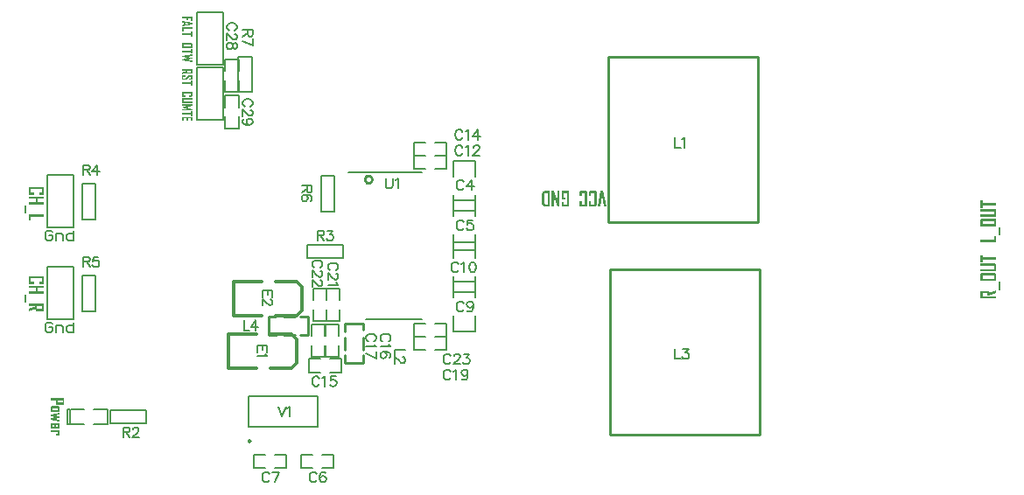
<source format=gto>
G04*
G04 #@! TF.GenerationSoftware,Altium Limited,Altium Designer,19.1.8 (144)*
G04*
G04 Layer_Color=65535*
%FSLAX25Y25*%
%MOIN*%
G70*
G01*
G75*
%ADD10C,0.01000*%
%ADD11C,0.00984*%
%ADD12C,0.00800*%
%ADD13C,0.00787*%
%ADD14C,0.01200*%
G36*
X206297Y15072D02*
X205524D01*
X204105Y18733D01*
Y18727D01*
Y18720D01*
X204111Y18689D01*
X204124Y18639D01*
X204130Y18576D01*
X204143Y18507D01*
X204155Y18431D01*
X204162Y18362D01*
Y18300D01*
Y15072D01*
X203295D01*
Y21000D01*
X204080D01*
X205499Y17270D01*
Y17282D01*
X205487Y17314D01*
X205480Y17364D01*
X205468Y17427D01*
X205455Y17496D01*
X205449Y17571D01*
X205436Y17640D01*
Y17703D01*
Y21000D01*
X206297D01*
Y15072D01*
D02*
G37*
G36*
X219931Y20994D02*
X219962D01*
X220031Y20975D01*
X220119Y20944D01*
X220163Y20918D01*
X220207Y20887D01*
X220245Y20849D01*
X220276Y20805D01*
X220307Y20749D01*
X220333Y20686D01*
X220345Y20617D01*
X220351Y20535D01*
Y15543D01*
Y15536D01*
Y15524D01*
X220345Y15499D01*
Y15467D01*
X220326Y15398D01*
X220295Y15310D01*
X220270Y15266D01*
X220238Y15222D01*
X220201Y15185D01*
X220157Y15147D01*
X220100Y15116D01*
X220037Y15090D01*
X219968Y15078D01*
X219887Y15072D01*
X217883D01*
X217858Y15078D01*
X217827D01*
X217758Y15097D01*
X217670Y15134D01*
X217626Y15160D01*
X217582Y15191D01*
X217544Y15229D01*
X217507Y15273D01*
X217475Y15329D01*
X217450Y15386D01*
X217437Y15461D01*
X217431Y15543D01*
Y17006D01*
X218317D01*
Y15832D01*
X219466D01*
Y20240D01*
X218317D01*
Y18997D01*
X217431D01*
Y20535D01*
Y20542D01*
Y20554D01*
X217437Y20579D01*
Y20611D01*
X217456Y20680D01*
X217494Y20768D01*
X217519Y20812D01*
X217550Y20856D01*
X217588Y20893D01*
X217632Y20925D01*
X217689Y20956D01*
X217745Y20981D01*
X217821Y20994D01*
X217902Y21000D01*
X219905D01*
X219931Y20994D01*
D02*
G37*
G36*
X216320D02*
X216351D01*
X216420Y20975D01*
X216508Y20944D01*
X216552Y20918D01*
X216596Y20887D01*
X216634Y20849D01*
X216665Y20805D01*
X216696Y20749D01*
X216722Y20686D01*
X216734Y20617D01*
X216740Y20535D01*
Y15543D01*
Y15536D01*
Y15524D01*
X216734Y15499D01*
Y15467D01*
X216715Y15398D01*
X216684Y15310D01*
X216659Y15266D01*
X216627Y15222D01*
X216590Y15185D01*
X216546Y15147D01*
X216489Y15116D01*
X216426Y15090D01*
X216357Y15078D01*
X216276Y15072D01*
X214272D01*
X214247Y15078D01*
X214216D01*
X214147Y15097D01*
X214059Y15134D01*
X214015Y15160D01*
X213971Y15191D01*
X213933Y15229D01*
X213896Y15273D01*
X213864Y15329D01*
X213839Y15386D01*
X213826Y15461D01*
X213820Y15543D01*
Y17006D01*
X214706D01*
Y15832D01*
X215855D01*
Y20240D01*
X214706D01*
Y18997D01*
X213820D01*
Y20535D01*
Y20542D01*
Y20554D01*
X213826Y20579D01*
Y20611D01*
X213845Y20680D01*
X213883Y20768D01*
X213908Y20812D01*
X213939Y20856D01*
X213977Y20893D01*
X214021Y20925D01*
X214078Y20956D01*
X214134Y20981D01*
X214210Y20994D01*
X214291Y21000D01*
X216294D01*
X216320Y20994D01*
D02*
G37*
G36*
X209518D02*
X209550D01*
X209619Y20975D01*
X209707Y20944D01*
X209751Y20918D01*
X209795Y20887D01*
X209832Y20849D01*
X209864Y20805D01*
X209895Y20749D01*
X209920Y20686D01*
X209933Y20617D01*
X209939Y20535D01*
Y15543D01*
Y15536D01*
Y15524D01*
X209933Y15499D01*
Y15467D01*
X209914Y15398D01*
X209876Y15310D01*
X209851Y15266D01*
X209820Y15222D01*
X209782Y15185D01*
X209738Y15147D01*
X209682Y15116D01*
X209619Y15090D01*
X209543Y15078D01*
X209462Y15072D01*
X207458D01*
X207433Y15078D01*
X207402D01*
X207333Y15097D01*
X207245Y15134D01*
X207201Y15160D01*
X207157Y15191D01*
X207119Y15229D01*
X207082Y15273D01*
X207050Y15329D01*
X207025Y15386D01*
X207013Y15461D01*
X207006Y15543D01*
Y16880D01*
X207898D01*
Y15832D01*
X209054D01*
Y20240D01*
X207898D01*
Y18576D01*
X208551D01*
Y17822D01*
X207006D01*
Y20535D01*
Y20542D01*
Y20554D01*
X207013Y20579D01*
Y20611D01*
X207031Y20680D01*
X207069Y20768D01*
X207094Y20812D01*
X207126Y20856D01*
X207163Y20893D01*
X207207Y20925D01*
X207264Y20956D01*
X207320Y20981D01*
X207396Y20994D01*
X207477Y21000D01*
X209493D01*
X209518Y20994D01*
D02*
G37*
G36*
X224000Y15072D02*
X223108D01*
X222449Y19141D01*
Y19147D01*
Y19173D01*
Y19210D01*
X222443Y19267D01*
Y19336D01*
X222436Y19424D01*
Y19524D01*
X222430Y19644D01*
Y19637D01*
Y19612D01*
Y19574D01*
X222424Y19518D01*
Y19449D01*
X222417Y19361D01*
X222411Y19260D01*
X222405Y19141D01*
X221733Y15072D01*
X220847D01*
X221984Y21006D01*
X222870D01*
X224000Y15072D01*
D02*
G37*
G36*
X202579D02*
X200720D01*
X200682Y15078D01*
X200638D01*
X200588Y15090D01*
X200469Y15109D01*
X200337Y15147D01*
X200199Y15204D01*
X200130Y15235D01*
X200061Y15279D01*
X199998Y15323D01*
X199935Y15379D01*
X199929Y15386D01*
X199923Y15392D01*
X199904Y15411D01*
X199885Y15436D01*
X199860Y15467D01*
X199835Y15499D01*
X199809Y15543D01*
X199778Y15593D01*
X199722Y15712D01*
X199671Y15850D01*
X199634Y16014D01*
X199627Y16102D01*
X199621Y16196D01*
Y19882D01*
Y19888D01*
Y19907D01*
Y19932D01*
X199627Y19970D01*
Y20014D01*
X199640Y20064D01*
X199659Y20184D01*
X199696Y20315D01*
X199753Y20454D01*
X199791Y20516D01*
X199828Y20585D01*
X199879Y20648D01*
X199935Y20705D01*
X199941D01*
X199948Y20717D01*
X199966Y20730D01*
X199992Y20749D01*
X200023Y20774D01*
X200061Y20799D01*
X200105Y20824D01*
X200155Y20849D01*
X200274Y20906D01*
X200419Y20956D01*
X200582Y20987D01*
X200676Y20994D01*
X200770Y21000D01*
X202579D01*
Y15072D01*
D02*
G37*
G36*
X367357Y16402D02*
X372500D01*
Y15517D01*
X367357D01*
Y14537D01*
X366572D01*
Y17382D01*
X367357D01*
Y16402D01*
D02*
G37*
G36*
X372079Y14079D02*
X372111D01*
X372180Y14060D01*
X372268Y14022D01*
X372312Y13997D01*
X372356Y13966D01*
X372393Y13928D01*
X372425Y13884D01*
X372456Y13828D01*
X372481Y13771D01*
X372494Y13696D01*
X372500Y13614D01*
Y11567D01*
X372494Y11542D01*
Y11510D01*
X372475Y11441D01*
X372444Y11353D01*
X372418Y11309D01*
X372387Y11265D01*
X372349Y11228D01*
X372305Y11196D01*
X372249Y11165D01*
X372186Y11140D01*
X372117Y11127D01*
X372035Y11121D01*
X366572D01*
Y12006D01*
X371740D01*
Y13200D01*
X366572D01*
Y14085D01*
X372035D01*
X372042D01*
X372054D01*
X372079Y14079D01*
D02*
G37*
G36*
Y10405D02*
X372111D01*
X372180Y10386D01*
X372268Y10349D01*
X372312Y10323D01*
X372356Y10292D01*
X372393Y10254D01*
X372425Y10210D01*
X372456Y10154D01*
X372481Y10097D01*
X372494Y10022D01*
X372500Y9940D01*
Y7868D01*
X372494Y7843D01*
Y7811D01*
X372475Y7742D01*
X372444Y7654D01*
X372418Y7610D01*
X372387Y7566D01*
X372349Y7529D01*
X372305Y7497D01*
X372249Y7466D01*
X372186Y7441D01*
X372117Y7428D01*
X372035Y7422D01*
X367043D01*
X367036D01*
X367024D01*
X366999Y7428D01*
X366967D01*
X366898Y7447D01*
X366810Y7479D01*
X366766Y7504D01*
X366722Y7535D01*
X366685Y7573D01*
X366647Y7617D01*
X366616Y7673D01*
X366590Y7736D01*
X366578Y7805D01*
X366572Y7887D01*
Y9959D01*
X366578Y9984D01*
Y10016D01*
X366597Y10085D01*
X366634Y10173D01*
X366660Y10217D01*
X366691Y10261D01*
X366729Y10298D01*
X366773Y10336D01*
X366829Y10367D01*
X366886Y10392D01*
X366961Y10405D01*
X367043Y10411D01*
X372035D01*
X372042D01*
X372054D01*
X372079Y10405D01*
D02*
G37*
G36*
X374051Y3999D02*
X373392D01*
Y7070D01*
X374051D01*
Y3999D01*
D02*
G37*
G36*
X372500Y1500D02*
X366572D01*
Y2386D01*
X371709D01*
Y3830D01*
X372500D01*
Y1500D01*
D02*
G37*
G36*
X367357Y-4382D02*
X372500D01*
Y-5267D01*
X367357D01*
Y-6247D01*
X366572D01*
Y-3402D01*
X367357D01*
Y-4382D01*
D02*
G37*
G36*
X372079Y-6705D02*
X372111D01*
X372180Y-6724D01*
X372268Y-6762D01*
X372312Y-6787D01*
X372356Y-6818D01*
X372393Y-6856D01*
X372425Y-6900D01*
X372456Y-6956D01*
X372481Y-7013D01*
X372494Y-7088D01*
X372500Y-7170D01*
Y-9217D01*
X372494Y-9242D01*
Y-9274D01*
X372475Y-9343D01*
X372444Y-9431D01*
X372418Y-9475D01*
X372387Y-9519D01*
X372349Y-9556D01*
X372305Y-9588D01*
X372249Y-9619D01*
X372186Y-9644D01*
X372117Y-9657D01*
X372035Y-9663D01*
X366572D01*
Y-8778D01*
X371740D01*
Y-7584D01*
X366572D01*
Y-6699D01*
X372035D01*
X372042D01*
X372054D01*
X372079Y-6705D01*
D02*
G37*
G36*
Y-10379D02*
X372111D01*
X372180Y-10398D01*
X372268Y-10436D01*
X372312Y-10461D01*
X372356Y-10492D01*
X372393Y-10530D01*
X372425Y-10574D01*
X372456Y-10630D01*
X372481Y-10687D01*
X372494Y-10762D01*
X372500Y-10844D01*
Y-12916D01*
X372494Y-12941D01*
Y-12973D01*
X372475Y-13042D01*
X372444Y-13130D01*
X372418Y-13174D01*
X372387Y-13218D01*
X372349Y-13255D01*
X372305Y-13287D01*
X372249Y-13318D01*
X372186Y-13343D01*
X372117Y-13356D01*
X372035Y-13362D01*
X367043D01*
X367036D01*
X367024D01*
X366999Y-13356D01*
X366967D01*
X366898Y-13337D01*
X366810Y-13306D01*
X366766Y-13280D01*
X366722Y-13249D01*
X366685Y-13211D01*
X366647Y-13167D01*
X366616Y-13111D01*
X366590Y-13048D01*
X366578Y-12979D01*
X366572Y-12897D01*
Y-10825D01*
X366578Y-10800D01*
Y-10768D01*
X366597Y-10699D01*
X366634Y-10611D01*
X366660Y-10567D01*
X366691Y-10524D01*
X366729Y-10486D01*
X366773Y-10448D01*
X366829Y-10417D01*
X366886Y-10392D01*
X366961Y-10379D01*
X367043Y-10373D01*
X372035D01*
X372042D01*
X372054D01*
X372079Y-10379D01*
D02*
G37*
G36*
X374051Y-16785D02*
X373392D01*
Y-13714D01*
X374051D01*
Y-16785D01*
D02*
G37*
G36*
X372500Y-17884D02*
X369749Y-18870D01*
X369743D01*
X369718D01*
X369705D01*
X369680D01*
X369655D01*
X369618D01*
X369573D01*
X369523D01*
X369461D01*
X369385D01*
X369303D01*
X369209D01*
Y-17997D01*
X367332D01*
Y-19115D01*
X372500D01*
Y-20000D01*
X366572D01*
Y-17563D01*
X366578Y-17538D01*
Y-17507D01*
X366597Y-17432D01*
X366634Y-17344D01*
X366660Y-17300D01*
X366691Y-17262D01*
X366729Y-17218D01*
X366773Y-17187D01*
X366829Y-17155D01*
X366886Y-17130D01*
X366961Y-17118D01*
X367043Y-17111D01*
X369341D01*
X369347D01*
X369354D01*
X369391Y-17118D01*
X369448Y-17124D01*
X369511Y-17143D01*
X369586Y-17174D01*
X369655Y-17218D01*
X369712Y-17281D01*
X369762Y-17369D01*
Y-17375D01*
X369768Y-17394D01*
X369775Y-17438D01*
X369781Y-17494D01*
X369793Y-17570D01*
X369800Y-17670D01*
Y-17727D01*
X369806Y-17796D01*
Y-17946D01*
X372500Y-16961D01*
Y-17884D01*
D02*
G37*
G36*
X17654Y-60091D02*
X17649Y-60113D01*
Y-60140D01*
X17632Y-60200D01*
X17600Y-60277D01*
X17578Y-60315D01*
X17550Y-60353D01*
X17518Y-60386D01*
X17480Y-60419D01*
X17430Y-60446D01*
X17381Y-60468D01*
X17316Y-60479D01*
X17245Y-60484D01*
X14771D01*
X14766D01*
X14755D01*
X14733Y-60479D01*
X14706D01*
X14646Y-60462D01*
X14569Y-60430D01*
X14531Y-60408D01*
X14493Y-60381D01*
X14460Y-60348D01*
X14433Y-60310D01*
X14405Y-60260D01*
X14384Y-60211D01*
X14373Y-60146D01*
X14367Y-60075D01*
Y-58770D01*
X12500D01*
Y-58000D01*
X17654D01*
Y-60091D01*
D02*
G37*
G36*
X15454Y-60997D02*
X15481D01*
X15541Y-61014D01*
X15618Y-61041D01*
X15656Y-61063D01*
X15694Y-61090D01*
X15727Y-61123D01*
X15754Y-61161D01*
X15781Y-61211D01*
X15803Y-61265D01*
X15814Y-61325D01*
X15820Y-61396D01*
Y-62816D01*
X15814Y-62843D01*
X15798Y-62903D01*
X15770Y-62980D01*
X15749Y-63018D01*
X15721Y-63056D01*
X15689Y-63089D01*
X15650Y-63121D01*
X15601Y-63149D01*
X15547Y-63171D01*
X15487Y-63182D01*
X15416Y-63187D01*
X12904D01*
X12899D01*
X12888D01*
X12866Y-63182D01*
X12839D01*
X12778Y-63165D01*
X12702Y-63132D01*
X12664Y-63111D01*
X12626Y-63083D01*
X12593Y-63051D01*
X12565Y-63012D01*
X12538Y-62963D01*
X12516Y-62914D01*
X12506Y-62849D01*
X12500Y-62778D01*
Y-61380D01*
X12506Y-61358D01*
Y-61331D01*
X12522Y-61270D01*
X12549Y-61194D01*
X12571Y-61156D01*
X12598Y-61118D01*
X12631Y-61085D01*
X12669Y-61058D01*
X12718Y-61030D01*
X12773Y-61009D01*
X12833Y-60997D01*
X12904Y-60992D01*
X15416D01*
X15421D01*
X15432D01*
X15454Y-60997D01*
D02*
G37*
G36*
X15825Y-64284D02*
X13696Y-64645D01*
X15825Y-65005D01*
Y-65579D01*
X13696Y-65939D01*
X15825Y-66305D01*
Y-67025D01*
X12494Y-66310D01*
Y-65649D01*
X14335Y-65284D01*
X12494Y-64929D01*
Y-64279D01*
X15825Y-63564D01*
Y-64284D01*
D02*
G37*
G36*
X15454Y-67397D02*
X15481D01*
X15541Y-67413D01*
X15618Y-67440D01*
X15656Y-67462D01*
X15694Y-67489D01*
X15727Y-67522D01*
X15760Y-67560D01*
X15787Y-67610D01*
X15809Y-67664D01*
X15820Y-67724D01*
X15825Y-67795D01*
Y-69149D01*
X15820Y-69171D01*
Y-69199D01*
X15803Y-69258D01*
X15770Y-69335D01*
X15749Y-69373D01*
X15721Y-69411D01*
X15689Y-69444D01*
X15650Y-69477D01*
X15601Y-69504D01*
X15552Y-69526D01*
X15487Y-69537D01*
X15416Y-69542D01*
X14187D01*
X13985Y-69330D01*
Y-68112D01*
X13051D01*
Y-68822D01*
X13608D01*
Y-69542D01*
X12904D01*
X12899D01*
X12888D01*
X12866Y-69537D01*
X12839D01*
X12778Y-69521D01*
X12702Y-69488D01*
X12664Y-69466D01*
X12626Y-69439D01*
X12593Y-69406D01*
X12565Y-69368D01*
X12538Y-69319D01*
X12516Y-69269D01*
X12506Y-69204D01*
X12500Y-69133D01*
Y-67779D01*
X12506Y-67757D01*
Y-67730D01*
X12522Y-67670D01*
X12549Y-67593D01*
X12571Y-67555D01*
X12598Y-67517D01*
X12631Y-67484D01*
X12669Y-67457D01*
X12718Y-67429D01*
X12773Y-67408D01*
X12833Y-67397D01*
X12904Y-67391D01*
X15416D01*
X15421D01*
X15432D01*
X15454Y-67397D01*
D02*
G37*
G36*
X15825Y-70842D02*
X15694D01*
Y-70853D01*
X15700Y-70880D01*
X15710Y-70929D01*
X15721Y-70984D01*
X15732Y-71055D01*
X15749Y-71137D01*
X15765Y-71219D01*
X15781Y-71306D01*
Y-71317D01*
X15792Y-71355D01*
X15798Y-71404D01*
X15809Y-71470D01*
X15820Y-71541D01*
X15825Y-71623D01*
X15836Y-71699D01*
Y-71792D01*
X15831Y-71814D01*
Y-71841D01*
X15814Y-71901D01*
X15781Y-71978D01*
X15760Y-72016D01*
X15732Y-72054D01*
X15700Y-72087D01*
X15661Y-72120D01*
X15612Y-72147D01*
X15563Y-72169D01*
X15497Y-72180D01*
X15427Y-72185D01*
X14438D01*
Y-71437D01*
X15192D01*
X15175Y-70842D01*
X12500D01*
Y-70088D01*
X15825D01*
Y-70842D01*
D02*
G37*
G36*
X66370Y85922D02*
X65858D01*
Y86922D01*
X64714D01*
Y86069D01*
X64214D01*
Y86922D01*
X62500D01*
Y87500D01*
X66370D01*
Y85922D01*
D02*
G37*
G36*
X66374Y84983D02*
Y84376D01*
X62500Y83630D01*
Y84204D01*
X63234Y84323D01*
Y85048D01*
X62500Y85163D01*
Y85733D01*
X62508D01*
X66374Y84983D01*
D02*
G37*
G36*
X66370Y82728D02*
X63017D01*
Y81785D01*
X62500D01*
Y83306D01*
X66370D01*
Y82728D01*
D02*
G37*
G36*
Y79755D02*
X65858D01*
Y80395D01*
X62500D01*
Y80973D01*
X65858D01*
Y81612D01*
X66370D01*
Y79755D01*
D02*
G37*
G36*
X66092Y77377D02*
X66112D01*
X66157Y77365D01*
X66215Y77344D01*
X66243Y77328D01*
X66272Y77307D01*
X66297Y77283D01*
X66321Y77254D01*
X66342Y77217D01*
X66358Y77176D01*
X66366Y77131D01*
X66370Y77078D01*
Y75725D01*
X66366Y75708D01*
Y75688D01*
X66354Y75643D01*
X66329Y75585D01*
X66313Y75557D01*
X66293Y75528D01*
X66268Y75503D01*
X66239Y75479D01*
X66202Y75458D01*
X66165Y75442D01*
X66116Y75434D01*
X66063Y75430D01*
X62803D01*
X62799D01*
X62791D01*
X62775Y75434D01*
X62754D01*
X62709Y75446D01*
X62652Y75471D01*
X62623Y75487D01*
X62594Y75507D01*
X62570Y75532D01*
X62549Y75561D01*
X62529Y75598D01*
X62512Y75635D01*
X62504Y75684D01*
X62500Y75737D01*
Y77090D01*
X62504Y77106D01*
Y77127D01*
X62516Y77172D01*
X62537Y77229D01*
X62553Y77258D01*
X62574Y77287D01*
X62598Y77311D01*
X62627Y77332D01*
X62664Y77352D01*
X62705Y77369D01*
X62750Y77377D01*
X62803Y77381D01*
X66063D01*
X66067D01*
X66075D01*
X66092Y77377D01*
D02*
G37*
G36*
X66370Y73281D02*
X65858D01*
Y73921D01*
X62500D01*
Y74499D01*
X65858D01*
Y75138D01*
X66370D01*
Y73281D01*
D02*
G37*
G36*
Y72547D02*
X64074Y72248D01*
X64070D01*
X64054D01*
X64025Y72244D01*
X63984D01*
X63935Y72240D01*
X63878Y72236D01*
X63804Y72232D01*
X63722Y72228D01*
X63726D01*
X63742D01*
X63771D01*
X63808Y72223D01*
X63857D01*
X63919Y72219D01*
X63992Y72215D01*
X64074Y72207D01*
X66370Y71871D01*
Y71395D01*
X64074Y71067D01*
X64070D01*
X64054D01*
X64025Y71063D01*
X63984Y71059D01*
X63935D01*
X63878Y71055D01*
X63804Y71047D01*
X63722Y71043D01*
X63726D01*
X63742D01*
X63771Y71039D01*
X63808D01*
X63857Y71034D01*
X63919Y71030D01*
X63992Y71026D01*
X64074Y71022D01*
X66370Y70723D01*
Y70136D01*
X62496Y70702D01*
Y71268D01*
X64689Y71617D01*
X64693D01*
X64710D01*
X64739D01*
X64780Y71621D01*
X64829D01*
X64890Y71625D01*
X64964Y71629D01*
X65046Y71633D01*
X65042D01*
X65026D01*
X64997D01*
X64956Y71637D01*
X64907D01*
X64845Y71641D01*
X64771Y71645D01*
X64689Y71653D01*
X62496Y71998D01*
Y72568D01*
X66370Y73134D01*
Y72547D01*
D02*
G37*
G36*
X9501Y-11506D02*
X9533D01*
X9602Y-11525D01*
X9690Y-11557D01*
X9734Y-11582D01*
X9778Y-11613D01*
X9815Y-11651D01*
X9853Y-11695D01*
X9884Y-11751D01*
X9910Y-11814D01*
X9922Y-11883D01*
X9928Y-11965D01*
Y-13968D01*
X9922Y-13993D01*
Y-14025D01*
X9903Y-14094D01*
X9866Y-14182D01*
X9840Y-14225D01*
X9809Y-14269D01*
X9771Y-14307D01*
X9727Y-14345D01*
X9671Y-14376D01*
X9614Y-14401D01*
X9539Y-14414D01*
X9457Y-14420D01*
X7994D01*
Y-13535D01*
X9168D01*
Y-12386D01*
X4760D01*
Y-13535D01*
X6003D01*
Y-14420D01*
X4465D01*
X4458D01*
X4446D01*
X4421Y-14414D01*
X4389D01*
X4320Y-14395D01*
X4232Y-14357D01*
X4188Y-14332D01*
X4144Y-14301D01*
X4107Y-14263D01*
X4075Y-14219D01*
X4044Y-14163D01*
X4019Y-14106D01*
X4006Y-14031D01*
X4000Y-13949D01*
Y-11946D01*
X4006Y-11921D01*
Y-11889D01*
X4025Y-11820D01*
X4056Y-11732D01*
X4082Y-11688D01*
X4113Y-11644D01*
X4151Y-11607D01*
X4195Y-11575D01*
X4251Y-11544D01*
X4314Y-11519D01*
X4383Y-11506D01*
X4465Y-11500D01*
X9457D01*
X9464D01*
X9476D01*
X9501Y-11506D01*
D02*
G37*
G36*
X9928Y-15996D02*
X7485D01*
Y-17196D01*
X9928D01*
Y-18088D01*
X4000D01*
Y-17196D01*
X6663D01*
Y-15996D01*
X4000D01*
Y-15111D01*
X9928D01*
Y-15996D01*
D02*
G37*
G36*
X3108Y-21510D02*
X2449D01*
Y-18439D01*
X3108D01*
Y-21510D01*
D02*
G37*
G36*
X9928Y-24299D02*
X9922Y-24324D01*
Y-24355D01*
X9903Y-24430D01*
X9866Y-24518D01*
X9840Y-24562D01*
X9809Y-24600D01*
X9771Y-24644D01*
X9727Y-24675D01*
X9671Y-24707D01*
X9614Y-24732D01*
X9539Y-24745D01*
X9457Y-24751D01*
X7159D01*
X7153D01*
X7146D01*
X7109Y-24745D01*
X7052Y-24738D01*
X6989Y-24719D01*
X6914Y-24688D01*
X6845Y-24644D01*
X6788Y-24581D01*
X6738Y-24493D01*
Y-24487D01*
X6732Y-24468D01*
X6725Y-24424D01*
X6719Y-24368D01*
X6707Y-24292D01*
X6700Y-24192D01*
Y-24135D01*
X6694Y-24066D01*
Y-23916D01*
X4000Y-24902D01*
Y-23978D01*
X6751Y-22992D01*
X6757D01*
X6782D01*
X6795D01*
X6820D01*
X6845D01*
X6882D01*
X6927D01*
X6977D01*
X7040D01*
X7115D01*
X7197D01*
X7291D01*
Y-23865D01*
X9168D01*
Y-22748D01*
X4000D01*
Y-21862D01*
X9928D01*
Y-24299D01*
D02*
G37*
G36*
X9501Y22494D02*
X9533D01*
X9602Y22475D01*
X9690Y22444D01*
X9734Y22418D01*
X9778Y22387D01*
X9815Y22349D01*
X9853Y22305D01*
X9884Y22249D01*
X9910Y22186D01*
X9922Y22117D01*
X9928Y22035D01*
Y20032D01*
X9922Y20007D01*
Y19975D01*
X9903Y19906D01*
X9866Y19818D01*
X9840Y19774D01*
X9809Y19730D01*
X9771Y19693D01*
X9727Y19655D01*
X9671Y19624D01*
X9614Y19599D01*
X9539Y19586D01*
X9457Y19580D01*
X7994D01*
Y20465D01*
X9168D01*
Y21614D01*
X4760D01*
Y20465D01*
X6003D01*
Y19580D01*
X4465D01*
X4458D01*
X4446D01*
X4421Y19586D01*
X4389D01*
X4320Y19605D01*
X4232Y19643D01*
X4188Y19668D01*
X4144Y19699D01*
X4107Y19737D01*
X4075Y19781D01*
X4044Y19837D01*
X4019Y19894D01*
X4006Y19969D01*
X4000Y20051D01*
Y22054D01*
X4006Y22079D01*
Y22111D01*
X4025Y22180D01*
X4056Y22268D01*
X4082Y22312D01*
X4113Y22356D01*
X4151Y22393D01*
X4195Y22425D01*
X4251Y22456D01*
X4314Y22481D01*
X4383Y22494D01*
X4465Y22500D01*
X9457D01*
X9464D01*
X9476D01*
X9501Y22494D01*
D02*
G37*
G36*
X9928Y18003D02*
X7485D01*
Y16804D01*
X9928D01*
Y15912D01*
X4000D01*
Y16804D01*
X6663D01*
Y18003D01*
X4000D01*
Y18889D01*
X9928D01*
Y18003D01*
D02*
G37*
G36*
X3108Y12490D02*
X2449D01*
Y15561D01*
X3108D01*
Y12490D01*
D02*
G37*
G36*
X9928Y11253D02*
X4791D01*
Y9808D01*
X4000D01*
Y12138D01*
X9928D01*
Y11253D01*
D02*
G37*
G36*
X66370Y65909D02*
X66366Y65893D01*
Y65872D01*
X66354Y65823D01*
X66329Y65766D01*
X66313Y65737D01*
X66293Y65712D01*
X66268Y65684D01*
X66239Y65663D01*
X66202Y65643D01*
X66165Y65626D01*
X66116Y65618D01*
X66063Y65614D01*
X64562D01*
X64558D01*
X64554D01*
X64530Y65618D01*
X64493Y65622D01*
X64452Y65635D01*
X64402Y65655D01*
X64357Y65684D01*
X64320Y65725D01*
X64288Y65782D01*
Y65786D01*
X64284Y65798D01*
X64279Y65827D01*
X64275Y65864D01*
X64267Y65913D01*
X64263Y65979D01*
Y66016D01*
X64259Y66061D01*
Y66159D01*
X62500Y65516D01*
Y66118D01*
X64296Y66762D01*
X64300D01*
X64316D01*
X64324D01*
X64341D01*
X64357D01*
X64382D01*
X64411D01*
X64443D01*
X64484D01*
X64534D01*
X64587D01*
X64648D01*
Y66192D01*
X65874D01*
Y66922D01*
X62500D01*
Y67500D01*
X66370D01*
Y65909D01*
D02*
G37*
G36*
X66092Y65175D02*
X66112D01*
X66157Y65163D01*
X66215Y65143D01*
X66243Y65126D01*
X66272Y65106D01*
X66297Y65081D01*
X66321Y65052D01*
X66342Y65015D01*
X66358Y64974D01*
X66366Y64929D01*
X66370Y64876D01*
Y63613D01*
X66366Y63597D01*
Y63576D01*
X66354Y63527D01*
X66329Y63470D01*
X66313Y63441D01*
X66297Y63416D01*
X66272Y63388D01*
X66239Y63367D01*
X66206Y63347D01*
X66165Y63330D01*
X66120Y63322D01*
X66067Y63318D01*
X65153D01*
Y63896D01*
X65882D01*
Y64601D01*
X65181D01*
X64087Y63445D01*
X64083Y63441D01*
X64066Y63425D01*
X64038Y63404D01*
X64005Y63380D01*
X63955Y63359D01*
X63902Y63339D01*
X63841Y63322D01*
X63771Y63318D01*
X62803D01*
X62799D01*
X62791D01*
X62775D01*
X62754Y63322D01*
X62709Y63334D01*
X62652Y63355D01*
X62623Y63371D01*
X62594Y63392D01*
X62570Y63416D01*
X62549Y63449D01*
X62529Y63482D01*
X62512Y63523D01*
X62504Y63572D01*
X62500Y63626D01*
Y64888D01*
X62504Y64905D01*
Y64925D01*
X62516Y64970D01*
X62537Y65028D01*
X62553Y65056D01*
X62574Y65085D01*
X62598Y65110D01*
X62627Y65130D01*
X62664Y65151D01*
X62705Y65167D01*
X62750Y65175D01*
X62803Y65179D01*
X63775D01*
Y64601D01*
X62988D01*
Y63896D01*
X63746D01*
X64845Y65056D01*
X64849Y65061D01*
X64866Y65077D01*
X64894Y65093D01*
X64927Y65118D01*
X64972Y65138D01*
X65026Y65159D01*
X65087Y65175D01*
X65153Y65179D01*
X66063D01*
X66067D01*
X66075D01*
X66092Y65175D01*
D02*
G37*
G36*
X66370Y61170D02*
X65858D01*
Y61809D01*
X62500D01*
Y62387D01*
X65858D01*
Y63027D01*
X66370D01*
Y61170D01*
D02*
G37*
G36*
X66092Y58792D02*
X66112D01*
X66157Y58779D01*
X66215Y58759D01*
X66243Y58742D01*
X66272Y58722D01*
X66297Y58697D01*
X66321Y58669D01*
X66342Y58632D01*
X66358Y58591D01*
X66366Y58546D01*
X66370Y58492D01*
Y57184D01*
X66366Y57168D01*
Y57148D01*
X66354Y57102D01*
X66329Y57045D01*
X66313Y57016D01*
X66293Y56988D01*
X66268Y56963D01*
X66239Y56938D01*
X66202Y56918D01*
X66165Y56902D01*
X66116Y56893D01*
X66063Y56889D01*
X65108D01*
Y57467D01*
X65874D01*
Y58218D01*
X62996D01*
Y57467D01*
X63808D01*
Y56889D01*
X62803D01*
X62799D01*
X62791D01*
X62775Y56893D01*
X62754D01*
X62709Y56906D01*
X62652Y56930D01*
X62623Y56947D01*
X62594Y56967D01*
X62570Y56992D01*
X62549Y57020D01*
X62529Y57057D01*
X62512Y57094D01*
X62504Y57143D01*
X62500Y57197D01*
Y58505D01*
X62504Y58521D01*
Y58542D01*
X62516Y58587D01*
X62537Y58644D01*
X62553Y58673D01*
X62574Y58701D01*
X62598Y58726D01*
X62627Y58746D01*
X62664Y58767D01*
X62705Y58783D01*
X62750Y58792D01*
X62803Y58796D01*
X66063D01*
X66067D01*
X66075D01*
X66092Y58792D01*
D02*
G37*
G36*
X66370Y55860D02*
X62996D01*
Y55081D01*
X66370D01*
Y54503D01*
X62803D01*
X62799D01*
X62791D01*
X62775Y54507D01*
X62754D01*
X62709Y54519D01*
X62652Y54544D01*
X62623Y54560D01*
X62594Y54581D01*
X62570Y54606D01*
X62549Y54634D01*
X62529Y54671D01*
X62512Y54708D01*
X62504Y54757D01*
X62500Y54811D01*
Y56147D01*
X62504Y56164D01*
Y56184D01*
X62516Y56229D01*
X62537Y56287D01*
X62553Y56315D01*
X62574Y56344D01*
X62598Y56368D01*
X62627Y56389D01*
X62664Y56410D01*
X62705Y56426D01*
X62750Y56434D01*
X62803Y56438D01*
X66370D01*
Y55860D01*
D02*
G37*
G36*
Y53494D02*
X64230Y52883D01*
X64222Y52879D01*
X64214D01*
X64197Y52875D01*
X64173D01*
X64144Y52871D01*
X64103Y52867D01*
X64078D01*
X64099Y52863D01*
X64124D01*
X64156Y52859D01*
X64189Y52855D01*
X64230Y52851D01*
X66370Y52240D01*
Y51695D01*
X62500D01*
Y52252D01*
X64407D01*
X64415D01*
X64435D01*
X64468D01*
X64517Y52248D01*
X64575Y52244D01*
X64648Y52240D01*
X64735Y52232D01*
X64829Y52219D01*
X62857Y52719D01*
Y53015D01*
X64829Y53515D01*
X64825D01*
X64816D01*
X64804Y53511D01*
X64784D01*
X64735Y53503D01*
X64673Y53494D01*
X64603Y53490D01*
X64534Y53482D01*
X64468Y53478D01*
X64407D01*
X62500D01*
Y54036D01*
X66370D01*
Y53494D01*
D02*
G37*
G36*
Y49550D02*
X65858D01*
Y50190D01*
X62500D01*
Y50768D01*
X65858D01*
Y51407D01*
X66370D01*
Y49550D01*
D02*
G37*
G36*
Y47672D02*
X65858D01*
Y48681D01*
X64730D01*
Y47808D01*
X64230D01*
Y48681D01*
X63012D01*
Y47656D01*
X62500D01*
Y49259D01*
X66370D01*
Y47672D01*
D02*
G37*
%LPC*%
G36*
X201693Y20240D02*
X201034D01*
X201009Y20234D01*
X200971D01*
X200934Y20228D01*
X200883Y20215D01*
X200783Y20177D01*
X200733Y20152D01*
X200682Y20114D01*
X200638Y20077D01*
X200601Y20027D01*
X200563Y19970D01*
X200538Y19901D01*
X200519Y19826D01*
X200513Y19738D01*
Y16334D01*
Y16328D01*
Y16315D01*
X200519Y16290D01*
Y16252D01*
X200538Y16177D01*
X200576Y16083D01*
X200607Y16039D01*
X200638Y15989D01*
X200682Y15951D01*
X200733Y15907D01*
X200789Y15876D01*
X200865Y15850D01*
X200940Y15838D01*
X201034Y15832D01*
X201693D01*
Y20240D01*
D02*
G37*
G36*
X371740Y9526D02*
X367332D01*
Y8308D01*
X371740D01*
Y9526D01*
D02*
G37*
G36*
Y-11258D02*
X367332D01*
Y-12477D01*
X371740D01*
Y-11258D01*
D02*
G37*
G36*
X16994Y-58770D02*
X15028D01*
Y-59709D01*
X16994D01*
Y-58770D01*
D02*
G37*
G36*
X15192Y-61735D02*
X13122D01*
Y-62450D01*
X15192D01*
Y-61735D01*
D02*
G37*
G36*
X15274Y-68112D02*
X14471D01*
Y-68822D01*
X15274D01*
Y-68112D01*
D02*
G37*
G36*
X63730Y84970D02*
Y84404D01*
X65473Y84683D01*
X63730Y84970D01*
D02*
G37*
G36*
X65874Y76803D02*
X62996D01*
Y76008D01*
X65874D01*
Y76803D01*
D02*
G37*
%LPD*%
D10*
X134954Y25500D02*
X134623Y26409D01*
X133785Y26893D01*
X132832Y26725D01*
X132210Y25984D01*
Y25016D01*
X132832Y24275D01*
X133785Y24107D01*
X134623Y24591D01*
X134954Y25500D01*
X131500Y-32000D02*
Y-29500D01*
X124500D02*
X131500D01*
X124500Y-32500D02*
Y-29500D01*
Y-39500D02*
Y-35000D01*
X131500Y-39500D02*
Y-35000D01*
Y-44500D02*
Y-41500D01*
X124500Y-44500D02*
X131500D01*
X124500D02*
Y-41500D01*
X95500Y-26750D02*
X98000D01*
X95500Y-33750D02*
Y-26750D01*
Y-33750D02*
X98500D01*
X101000D02*
X105500D01*
X101000Y-26750D02*
X105500D01*
X107500D02*
X110500D01*
Y-33750D02*
Y-26750D01*
X107500Y-33750D02*
X110500D01*
X224724Y9004D02*
Y71996D01*
X281811D01*
Y9004D02*
Y71996D01*
X224724Y9004D02*
X281811D01*
X225457Y-71996D02*
Y-9004D01*
X282543D01*
Y-71996D02*
Y-9004D01*
X225457Y-71996D02*
X282543D01*
D11*
X88500Y-74221D02*
X87762Y-73794D01*
Y-74647D01*
X88500Y-74221D01*
D12*
X18900Y-62226D02*
X19899D01*
X18900Y-67826D02*
Y-62226D01*
Y-67826D02*
X19899D01*
X19999Y-62226D02*
X25300D01*
X19899Y-67626D02*
Y-62226D01*
Y-67826D02*
X25300D01*
X28699Y-62226D02*
X34100D01*
Y-62426D02*
Y-62226D01*
Y-67826D02*
Y-62426D01*
X33999Y-67826D02*
X34100D01*
X28699D02*
X33999D01*
X78900Y44800D02*
X84100D01*
X78900D02*
Y49300D01*
X84100Y44800D02*
Y49300D01*
Y52800D02*
Y57300D01*
X78900Y52800D02*
Y57300D01*
X84100D01*
X78900Y71200D02*
X84100D01*
Y66700D02*
Y71200D01*
X78900Y66700D02*
Y71200D01*
Y58700D02*
Y63200D01*
X84100Y58700D02*
Y63200D01*
X78900Y58700D02*
X84100D01*
X83900Y72250D02*
X89100D01*
Y58750D02*
Y72250D01*
X83900Y58750D02*
X89100D01*
X83900D02*
Y72250D01*
X107800Y-84600D02*
Y-79400D01*
X112300D01*
X107800Y-84600D02*
X112300D01*
X115800D02*
X120300D01*
X115800Y-79400D02*
X120300D01*
Y-84600D02*
Y-79400D01*
X111900Y-29800D02*
X117100D01*
Y-34300D02*
Y-29800D01*
X111900Y-34300D02*
Y-29800D01*
Y-42300D02*
Y-37800D01*
X117100Y-42300D02*
Y-37800D01*
X111900Y-42300D02*
X117100D01*
X116900Y-29800D02*
X122100D01*
Y-34300D02*
Y-29800D01*
X116900Y-34300D02*
Y-29800D01*
Y-42300D02*
Y-37800D01*
X122100Y-42300D02*
Y-37800D01*
X116900Y-42300D02*
X122100D01*
X117400Y-28600D02*
X122600D01*
X117400D02*
Y-24100D01*
X122600Y-28600D02*
Y-24100D01*
Y-20600D02*
Y-16100D01*
X117400Y-20600D02*
Y-16100D01*
X122600D01*
X112400Y-28600D02*
X117600D01*
X112400D02*
Y-24100D01*
X117600Y-28600D02*
Y-24100D01*
Y-20600D02*
Y-16100D01*
X112400Y-20600D02*
Y-16100D01*
X117600D01*
X110700Y-48100D02*
Y-42900D01*
Y-48100D02*
X115200D01*
X110700Y-42900D02*
X115200D01*
X118700D02*
X123200D01*
X118700Y-48100D02*
X123200D01*
Y-42900D01*
X35250Y-67600D02*
X48750D01*
Y-62400D01*
X35250D02*
X48750D01*
X35250Y-67600D02*
Y-62400D01*
X89700Y-84600D02*
Y-79400D01*
Y-84600D02*
X94200D01*
X89700Y-79400D02*
X94200D01*
X97700D02*
X102200D01*
X97700Y-84600D02*
X102200D01*
Y-79400D01*
X120600Y13250D02*
Y26750D01*
X115400D02*
X120600D01*
X115400Y13250D02*
Y26750D01*
Y13250D02*
X120600D01*
X163300Y-34600D02*
Y-29400D01*
X158800D02*
X163300D01*
X158800Y-34600D02*
X163300D01*
X150800D02*
X155300D01*
X150800Y-29400D02*
X155300D01*
X150800Y-34600D02*
Y-29400D01*
X163300Y-39600D02*
Y-34400D01*
X158800D02*
X163300D01*
X158800Y-39600D02*
X163300D01*
X150800D02*
X155300D01*
X150800Y-34400D02*
X155300D01*
X150800Y-39600D02*
Y-34400D01*
X163300Y34400D02*
Y39600D01*
X158800D02*
X163300D01*
X158800Y34400D02*
X163300D01*
X150800D02*
X155300D01*
X150800Y39600D02*
X155300D01*
X150800Y34400D02*
Y39600D01*
X163300Y29400D02*
Y34600D01*
X158800D02*
X163300D01*
X158800Y29400D02*
X163300D01*
X150800D02*
X155300D01*
X150800Y34600D02*
X155300D01*
X150800Y29400D02*
Y34600D01*
X110250Y600D02*
X123750D01*
X110250Y-4600D02*
Y600D01*
Y-4600D02*
X123750D01*
Y600D01*
X165800Y13500D02*
X174200D01*
X165800D02*
Y19500D01*
X174200Y13500D02*
Y19500D01*
Y26500D02*
Y32500D01*
X165800Y26500D02*
Y32500D01*
X174200D01*
X165800Y17500D02*
X174200D01*
Y11500D02*
Y17500D01*
X165800Y11500D02*
Y17500D01*
Y-1500D02*
Y4500D01*
X174200Y-1500D02*
Y4500D01*
X165800Y-1500D02*
X174200D01*
X165800Y-17500D02*
X174200D01*
X165800D02*
Y-11500D01*
X174200Y-17500D02*
Y-11500D01*
Y-4500D02*
Y1500D01*
X165800Y-4500D02*
Y1500D01*
X174200D01*
X165800Y-13500D02*
X174200D01*
Y-19500D02*
Y-13500D01*
X165800Y-19500D02*
Y-13500D01*
Y-32500D02*
Y-26500D01*
X174200Y-32500D02*
Y-26500D01*
X165800Y-32500D02*
X174200D01*
X29600Y10250D02*
Y23750D01*
X24400D02*
X29600D01*
X24400Y10250D02*
Y23750D01*
Y10250D02*
X29600D01*
Y-24750D02*
Y-11250D01*
X24400D02*
X29600D01*
X24400Y-24750D02*
Y-11250D01*
Y-24750D02*
X29600D01*
D13*
X11000Y7000D02*
Y27000D01*
Y7000D02*
X21000D01*
Y27000D01*
X11000D02*
X21000D01*
X11000Y-28000D02*
Y-8000D01*
Y-28000D02*
X21000D01*
Y-8000D01*
X11000D02*
X21000D01*
X125913Y28051D02*
X153669D01*
X132409Y-27756D02*
X153669D01*
X78000Y69000D02*
Y89000D01*
X68000D02*
X78000D01*
X68000Y69000D02*
Y89000D01*
Y69000D02*
X78000D01*
X87811Y-68906D02*
X114189D01*
X87811Y-57095D02*
X114189D01*
X87811Y-68906D02*
Y-57095D01*
X114189Y-68906D02*
Y-57095D01*
X68000Y68000D02*
X78000D01*
Y48000D02*
Y68000D01*
X68000Y48000D02*
X78000D01*
X68000D02*
Y68000D01*
X13124Y-29720D02*
X12468Y-29064D01*
X11156D01*
X10500Y-29720D01*
Y-32344D01*
X11156Y-33000D01*
X12468D01*
X13124Y-32344D01*
Y-31032D01*
X11812D01*
X14436Y-33000D02*
Y-30376D01*
X16404D01*
X17060Y-31032D01*
Y-33000D01*
X20995Y-29064D02*
Y-33000D01*
X19027D01*
X18372Y-32344D01*
Y-31032D01*
X19027Y-30376D01*
X20995D01*
X13124Y5280D02*
X12468Y5936D01*
X11156D01*
X10500Y5280D01*
Y2656D01*
X11156Y2000D01*
X12468D01*
X13124Y2656D01*
Y3968D01*
X11812D01*
X14436Y2000D02*
Y4624D01*
X16404D01*
X17060Y3968D01*
Y2000D01*
X20995Y5936D02*
Y2000D01*
X19027D01*
X18372Y2656D01*
Y3968D01*
X19027Y4624D01*
X20995D01*
X140039Y25936D02*
Y23125D01*
X140227Y22562D01*
X140602Y22187D01*
X141164Y22000D01*
X141539D01*
X142101Y22187D01*
X142476Y22562D01*
X142664Y23125D01*
Y25936D01*
X143751Y25186D02*
X144125Y25374D01*
X144688Y25936D01*
Y22000D01*
X99000Y-61064D02*
X100499Y-65000D01*
X101999Y-61064D02*
X100499Y-65000D01*
X102505Y-61814D02*
X102880Y-61626D01*
X103442Y-61064D01*
Y-65000D01*
X89436Y82500D02*
X85500D01*
X89436D02*
Y80813D01*
X89249Y80251D01*
X89061Y80063D01*
X88686Y79876D01*
X88311D01*
X87937Y80063D01*
X87749Y80251D01*
X87562Y80813D01*
Y82500D01*
Y81188D02*
X85500Y79876D01*
X89436Y76371D02*
X85500Y78245D01*
X89436Y78995D02*
Y76371D01*
X40000Y-69064D02*
Y-73000D01*
Y-69064D02*
X41687D01*
X42249Y-69251D01*
X42437Y-69439D01*
X42624Y-69814D01*
Y-70188D01*
X42437Y-70563D01*
X42249Y-70751D01*
X41687Y-70938D01*
X40000D01*
X41312D02*
X42624Y-73000D01*
X43692Y-70001D02*
Y-69814D01*
X43880Y-69439D01*
X44067Y-69251D01*
X44442Y-69064D01*
X45192D01*
X45567Y-69251D01*
X45754Y-69439D01*
X45942Y-69814D01*
Y-70188D01*
X45754Y-70563D01*
X45379Y-71126D01*
X43505Y-73000D01*
X46129D01*
X24800Y-4095D02*
Y-8031D01*
Y-4095D02*
X26487D01*
X27049Y-4282D01*
X27237Y-4469D01*
X27424Y-4844D01*
Y-5219D01*
X27237Y-5594D01*
X27049Y-5782D01*
X26487Y-5969D01*
X24800D01*
X26112D02*
X27424Y-8031D01*
X30554Y-4095D02*
X28680D01*
X28493Y-5782D01*
X28680Y-5594D01*
X29242Y-5407D01*
X29805D01*
X30367Y-5594D01*
X30742Y-5969D01*
X30929Y-6531D01*
Y-6906D01*
X30742Y-7468D01*
X30367Y-7843D01*
X29805Y-8031D01*
X29242D01*
X28680Y-7843D01*
X28493Y-7656D01*
X28305Y-7281D01*
X24800Y30906D02*
Y26969D01*
Y30906D02*
X26487D01*
X27049Y30718D01*
X27237Y30531D01*
X27424Y30156D01*
Y29781D01*
X27237Y29406D01*
X27049Y29219D01*
X26487Y29031D01*
X24800D01*
X26112D02*
X27424Y26969D01*
X30179Y30906D02*
X28305Y28281D01*
X31117D01*
X30179Y30906D02*
Y26969D01*
X111936Y23000D02*
X108000D01*
X111936D02*
Y21313D01*
X111749Y20751D01*
X111561Y20563D01*
X111186Y20376D01*
X110812D01*
X110437Y20563D01*
X110249Y20751D01*
X110062Y21313D01*
Y23000D01*
Y21688D02*
X108000Y20376D01*
X111374Y17246D02*
X111749Y17433D01*
X111936Y17995D01*
Y18370D01*
X111749Y18933D01*
X111186Y19308D01*
X110249Y19495D01*
X109312D01*
X108562Y19308D01*
X108187Y18933D01*
X108000Y18370D01*
Y18183D01*
X108187Y17621D01*
X108562Y17246D01*
X109125Y17058D01*
X109312D01*
X109874Y17246D01*
X110249Y17621D01*
X110437Y18183D01*
Y18370D01*
X110249Y18933D01*
X109874Y19308D01*
X109312Y19495D01*
X114000Y5936D02*
Y2000D01*
Y5936D02*
X115687D01*
X116249Y5749D01*
X116437Y5561D01*
X116624Y5186D01*
Y4812D01*
X116437Y4437D01*
X116249Y4249D01*
X115687Y4062D01*
X114000D01*
X115312D02*
X116624Y2000D01*
X117880Y5936D02*
X119942D01*
X118817Y4437D01*
X119379D01*
X119754Y4249D01*
X119942Y4062D01*
X120129Y3500D01*
Y3125D01*
X119942Y2562D01*
X119567Y2187D01*
X119004Y2000D01*
X118442D01*
X117880Y2187D01*
X117692Y2375D01*
X117505Y2750D01*
X250268Y-39064D02*
Y-43000D01*
X252517D01*
X253323Y-39064D02*
X255385D01*
X254260Y-40563D01*
X254822D01*
X255197Y-40751D01*
X255385Y-40938D01*
X255572Y-41500D01*
Y-41875D01*
X255385Y-42438D01*
X255010Y-42813D01*
X254448Y-43000D01*
X253885D01*
X253323Y-42813D01*
X253135Y-42625D01*
X252948Y-42250D01*
X250268Y41436D02*
Y37500D01*
X252517D01*
X252948Y40686D02*
X253323Y40874D01*
X253885Y41436D01*
Y37500D01*
X147436Y-39500D02*
X143500D01*
Y-41749D01*
X146499Y-42368D02*
X146686D01*
X147061Y-42555D01*
X147249Y-42743D01*
X147436Y-43117D01*
Y-43867D01*
X147249Y-44242D01*
X147061Y-44430D01*
X146686Y-44617D01*
X146312D01*
X145937Y-44430D01*
X145374Y-44055D01*
X143500Y-42180D01*
Y-44804D01*
X86000Y-28314D02*
Y-32250D01*
X88249D01*
X90555Y-28314D02*
X88680Y-30938D01*
X91492D01*
X90555Y-28314D02*
Y-32250D01*
X96936Y-19437D02*
Y-17000D01*
X93000D01*
Y-19437D01*
X95062Y-17000D02*
Y-18499D01*
X95999Y-20280D02*
X96186D01*
X96561Y-20468D01*
X96749Y-20655D01*
X96936Y-21030D01*
Y-21780D01*
X96749Y-22154D01*
X96561Y-22342D01*
X96186Y-22529D01*
X95811D01*
X95437Y-22342D01*
X94874Y-21967D01*
X93000Y-20093D01*
Y-22717D01*
X94936Y-40437D02*
Y-38000D01*
X91000D01*
Y-40437D01*
X93062Y-38000D02*
Y-39500D01*
X94186Y-41093D02*
X94374Y-41468D01*
X94936Y-42030D01*
X91000D01*
X120999Y-9211D02*
X121374Y-9024D01*
X121749Y-8649D01*
X121936Y-8274D01*
Y-7525D01*
X121749Y-7150D01*
X121374Y-6775D01*
X120999Y-6587D01*
X120437Y-6400D01*
X119500D01*
X118937Y-6587D01*
X118562Y-6775D01*
X118187Y-7150D01*
X118000Y-7525D01*
Y-8274D01*
X118187Y-8649D01*
X118562Y-9024D01*
X118937Y-9211D01*
X120999Y-10505D02*
X121186D01*
X121561Y-10692D01*
X121749Y-10880D01*
X121936Y-11255D01*
Y-12004D01*
X121749Y-12379D01*
X121561Y-12567D01*
X121186Y-12754D01*
X120812D01*
X120437Y-12567D01*
X119874Y-12192D01*
X118000Y-10317D01*
Y-12942D01*
X121186Y-13823D02*
X121374Y-14197D01*
X121936Y-14760D01*
X118000D01*
X114999Y-8212D02*
X115374Y-8024D01*
X115749Y-7649D01*
X115936Y-7274D01*
Y-6525D01*
X115749Y-6150D01*
X115374Y-5775D01*
X114999Y-5587D01*
X114437Y-5400D01*
X113499D01*
X112937Y-5587D01*
X112562Y-5775D01*
X112187Y-6150D01*
X112000Y-6525D01*
Y-7274D01*
X112187Y-7649D01*
X112562Y-8024D01*
X112937Y-8212D01*
X114999Y-9505D02*
X115186D01*
X115561Y-9692D01*
X115749Y-9880D01*
X115936Y-10255D01*
Y-11004D01*
X115749Y-11379D01*
X115561Y-11567D01*
X115186Y-11754D01*
X114812D01*
X114437Y-11567D01*
X113874Y-11192D01*
X112000Y-9317D01*
Y-11942D01*
X114999Y-13010D02*
X115186D01*
X115561Y-13197D01*
X115749Y-13385D01*
X115936Y-13760D01*
Y-14509D01*
X115749Y-14884D01*
X115561Y-15072D01*
X115186Y-15259D01*
X114812D01*
X114437Y-15072D01*
X113874Y-14697D01*
X112000Y-12822D01*
Y-15447D01*
X113812Y-87001D02*
X113624Y-86626D01*
X113249Y-86251D01*
X112874Y-86064D01*
X112125D01*
X111750Y-86251D01*
X111375Y-86626D01*
X111187Y-87001D01*
X111000Y-87563D01*
Y-88500D01*
X111187Y-89063D01*
X111375Y-89438D01*
X111750Y-89813D01*
X112125Y-90000D01*
X112874D01*
X113249Y-89813D01*
X113624Y-89438D01*
X113812Y-89063D01*
X117167Y-86626D02*
X116979Y-86251D01*
X116417Y-86064D01*
X116042D01*
X115480Y-86251D01*
X115105Y-86814D01*
X114917Y-87751D01*
Y-88688D01*
X115105Y-89438D01*
X115480Y-89813D01*
X116042Y-90000D01*
X116229D01*
X116792Y-89813D01*
X117167Y-89438D01*
X117354Y-88875D01*
Y-88688D01*
X117167Y-88126D01*
X116792Y-87751D01*
X116229Y-87563D01*
X116042D01*
X115480Y-87751D01*
X115105Y-88126D01*
X114917Y-88688D01*
X88499Y53189D02*
X88874Y53376D01*
X89249Y53751D01*
X89436Y54126D01*
Y54875D01*
X89249Y55250D01*
X88874Y55625D01*
X88499Y55813D01*
X87937Y56000D01*
X86999D01*
X86437Y55813D01*
X86062Y55625D01*
X85687Y55250D01*
X85500Y54875D01*
Y54126D01*
X85687Y53751D01*
X86062Y53376D01*
X86437Y53189D01*
X88499Y51895D02*
X88686D01*
X89061Y51708D01*
X89249Y51520D01*
X89436Y51145D01*
Y50396D01*
X89249Y50021D01*
X89061Y49833D01*
X88686Y49646D01*
X88311D01*
X87937Y49833D01*
X87374Y50208D01*
X85500Y52083D01*
Y49459D01*
X88124Y46141D02*
X87562Y46328D01*
X87187Y46703D01*
X86999Y47265D01*
Y47453D01*
X87187Y48015D01*
X87562Y48390D01*
X88124Y48577D01*
X88311D01*
X88874Y48390D01*
X89249Y48015D01*
X89436Y47453D01*
Y47265D01*
X89249Y46703D01*
X88874Y46328D01*
X88124Y46141D01*
X87187D01*
X86250Y46328D01*
X85687Y46703D01*
X85500Y47265D01*
Y47640D01*
X85687Y48203D01*
X86062Y48390D01*
X164812Y-42001D02*
X164624Y-41626D01*
X164249Y-41251D01*
X163874Y-41064D01*
X163125D01*
X162750Y-41251D01*
X162375Y-41626D01*
X162187Y-42001D01*
X162000Y-42563D01*
Y-43501D01*
X162187Y-44063D01*
X162375Y-44438D01*
X162750Y-44813D01*
X163125Y-45000D01*
X163874D01*
X164249Y-44813D01*
X164624Y-44438D01*
X164812Y-44063D01*
X166105Y-42001D02*
Y-41814D01*
X166292Y-41439D01*
X166480Y-41251D01*
X166855Y-41064D01*
X167604D01*
X167979Y-41251D01*
X168167Y-41439D01*
X168354Y-41814D01*
Y-42189D01*
X168167Y-42563D01*
X167792Y-43126D01*
X165917Y-45000D01*
X168542D01*
X169797Y-41064D02*
X171859D01*
X170735Y-42563D01*
X171297D01*
X171672Y-42751D01*
X171859Y-42938D01*
X172047Y-43501D01*
Y-43875D01*
X171859Y-44438D01*
X171484Y-44813D01*
X170922Y-45000D01*
X170360D01*
X169797Y-44813D01*
X169610Y-44625D01*
X169422Y-44250D01*
X164812Y-48001D02*
X164624Y-47626D01*
X164249Y-47251D01*
X163874Y-47064D01*
X163125D01*
X162750Y-47251D01*
X162375Y-47626D01*
X162187Y-48001D01*
X162000Y-48563D01*
Y-49501D01*
X162187Y-50063D01*
X162375Y-50438D01*
X162750Y-50813D01*
X163125Y-51000D01*
X163874D01*
X164249Y-50813D01*
X164624Y-50438D01*
X164812Y-50063D01*
X165917Y-47814D02*
X166292Y-47626D01*
X166855Y-47064D01*
Y-51000D01*
X171241Y-48376D02*
X171053Y-48938D01*
X170678Y-49313D01*
X170116Y-49501D01*
X169929D01*
X169366Y-49313D01*
X168991Y-48938D01*
X168804Y-48376D01*
Y-48188D01*
X168991Y-47626D01*
X169366Y-47251D01*
X169929Y-47064D01*
X170116D01*
X170678Y-47251D01*
X171053Y-47626D01*
X171241Y-48376D01*
Y-49313D01*
X171053Y-50250D01*
X170678Y-50813D01*
X170116Y-51000D01*
X169741D01*
X169179Y-50813D01*
X168991Y-50438D01*
X169312Y43499D02*
X169124Y43874D01*
X168749Y44249D01*
X168374Y44436D01*
X167625D01*
X167250Y44249D01*
X166875Y43874D01*
X166687Y43499D01*
X166500Y42937D01*
Y42000D01*
X166687Y41437D01*
X166875Y41062D01*
X167250Y40687D01*
X167625Y40500D01*
X168374D01*
X168749Y40687D01*
X169124Y41062D01*
X169312Y41437D01*
X170417Y43686D02*
X170792Y43874D01*
X171355Y44436D01*
Y40500D01*
X175178Y44436D02*
X173304Y41812D01*
X176116D01*
X175178Y44436D02*
Y40500D01*
X169312Y37499D02*
X169124Y37874D01*
X168749Y38249D01*
X168374Y38436D01*
X167625D01*
X167250Y38249D01*
X166875Y37874D01*
X166687Y37499D01*
X166500Y36937D01*
Y36000D01*
X166687Y35437D01*
X166875Y35062D01*
X167250Y34687D01*
X167625Y34500D01*
X168374D01*
X168749Y34687D01*
X169124Y35062D01*
X169312Y35437D01*
X170417Y37686D02*
X170792Y37874D01*
X171355Y38436D01*
Y34500D01*
X173491Y37499D02*
Y37686D01*
X173679Y38061D01*
X173866Y38249D01*
X174241Y38436D01*
X174991D01*
X175366Y38249D01*
X175553Y38061D01*
X175741Y37686D01*
Y37312D01*
X175553Y36937D01*
X175178Y36374D01*
X173304Y34500D01*
X175928D01*
X82499Y82188D02*
X82874Y82376D01*
X83249Y82751D01*
X83436Y83126D01*
Y83875D01*
X83249Y84250D01*
X82874Y84625D01*
X82499Y84813D01*
X81937Y85000D01*
X80999D01*
X80437Y84813D01*
X80062Y84625D01*
X79687Y84250D01*
X79500Y83875D01*
Y83126D01*
X79687Y82751D01*
X80062Y82376D01*
X80437Y82188D01*
X82499Y80895D02*
X82686D01*
X83061Y80708D01*
X83249Y80520D01*
X83436Y80145D01*
Y79396D01*
X83249Y79021D01*
X83061Y78833D01*
X82686Y78646D01*
X82311D01*
X81937Y78833D01*
X81374Y79208D01*
X79500Y81083D01*
Y78458D01*
X83436Y76640D02*
X83249Y77203D01*
X82874Y77390D01*
X82499D01*
X82124Y77203D01*
X81937Y76828D01*
X81749Y76078D01*
X81562Y75516D01*
X81187Y75141D01*
X80812Y74953D01*
X80250D01*
X79875Y75141D01*
X79687Y75328D01*
X79500Y75891D01*
Y76640D01*
X79687Y77203D01*
X79875Y77390D01*
X80250Y77578D01*
X80812D01*
X81187Y77390D01*
X81562Y77015D01*
X81749Y76453D01*
X81937Y75703D01*
X82124Y75328D01*
X82499Y75141D01*
X82874D01*
X83249Y75328D01*
X83436Y75891D01*
Y76640D01*
X114812Y-50501D02*
X114624Y-50126D01*
X114249Y-49751D01*
X113874Y-49564D01*
X113125D01*
X112750Y-49751D01*
X112375Y-50126D01*
X112187Y-50501D01*
X112000Y-51063D01*
Y-52000D01*
X112187Y-52563D01*
X112375Y-52938D01*
X112750Y-53313D01*
X113125Y-53500D01*
X113874D01*
X114249Y-53313D01*
X114624Y-52938D01*
X114812Y-52563D01*
X115917Y-50314D02*
X116292Y-50126D01*
X116855Y-49564D01*
Y-53500D01*
X121053Y-49564D02*
X119179D01*
X118991Y-51251D01*
X119179Y-51063D01*
X119741Y-50876D01*
X120303D01*
X120866Y-51063D01*
X121241Y-51438D01*
X121428Y-52000D01*
Y-52375D01*
X121241Y-52938D01*
X120866Y-53313D01*
X120303Y-53500D01*
X119741D01*
X119179Y-53313D01*
X118991Y-53125D01*
X118804Y-52750D01*
X140999Y-36312D02*
X141374Y-36124D01*
X141749Y-35749D01*
X141936Y-35374D01*
Y-34625D01*
X141749Y-34250D01*
X141374Y-33875D01*
X140999Y-33687D01*
X140437Y-33500D01*
X139499D01*
X138937Y-33687D01*
X138562Y-33875D01*
X138187Y-34250D01*
X138000Y-34625D01*
Y-35374D01*
X138187Y-35749D01*
X138562Y-36124D01*
X138937Y-36312D01*
X141186Y-37417D02*
X141374Y-37792D01*
X141936Y-38355D01*
X138000D01*
X141374Y-42553D02*
X141749Y-42366D01*
X141936Y-41803D01*
Y-41429D01*
X141749Y-40866D01*
X141186Y-40491D01*
X140249Y-40304D01*
X139312D01*
X138562Y-40491D01*
X138187Y-40866D01*
X138000Y-41429D01*
Y-41616D01*
X138187Y-42178D01*
X138562Y-42553D01*
X139125Y-42741D01*
X139312D01*
X139874Y-42553D01*
X140249Y-42178D01*
X140437Y-41616D01*
Y-41429D01*
X140249Y-40866D01*
X139874Y-40491D01*
X139312Y-40304D01*
X135499Y-36312D02*
X135874Y-36124D01*
X136249Y-35749D01*
X136436Y-35374D01*
Y-34625D01*
X136249Y-34250D01*
X135874Y-33875D01*
X135499Y-33687D01*
X134937Y-33500D01*
X134000D01*
X133437Y-33687D01*
X133062Y-33875D01*
X132687Y-34250D01*
X132500Y-34625D01*
Y-35374D01*
X132687Y-35749D01*
X133062Y-36124D01*
X133437Y-36312D01*
X135686Y-37417D02*
X135874Y-37792D01*
X136436Y-38355D01*
X132500D01*
X136436Y-42928D02*
X132500Y-41054D01*
X136436Y-40304D02*
Y-42928D01*
X169812Y-22001D02*
X169624Y-21626D01*
X169249Y-21251D01*
X168874Y-21064D01*
X168125D01*
X167750Y-21251D01*
X167375Y-21626D01*
X167187Y-22001D01*
X167000Y-22563D01*
Y-23501D01*
X167187Y-24063D01*
X167375Y-24438D01*
X167750Y-24813D01*
X168125Y-25000D01*
X168874D01*
X169249Y-24813D01*
X169624Y-24438D01*
X169812Y-24063D01*
X173354Y-22376D02*
X173167Y-22938D01*
X172792Y-23313D01*
X172230Y-23501D01*
X172042D01*
X171480Y-23313D01*
X171105Y-22938D01*
X170917Y-22376D01*
Y-22188D01*
X171105Y-21626D01*
X171480Y-21251D01*
X172042Y-21064D01*
X172230D01*
X172792Y-21251D01*
X173167Y-21626D01*
X173354Y-22376D01*
Y-23313D01*
X173167Y-24250D01*
X172792Y-24813D01*
X172230Y-25000D01*
X171855D01*
X171292Y-24813D01*
X171105Y-24438D01*
X167812Y-7001D02*
X167624Y-6626D01*
X167249Y-6251D01*
X166874Y-6064D01*
X166125D01*
X165750Y-6251D01*
X165375Y-6626D01*
X165187Y-7001D01*
X165000Y-7563D01*
Y-8501D01*
X165187Y-9063D01*
X165375Y-9438D01*
X165750Y-9813D01*
X166125Y-10000D01*
X166874D01*
X167249Y-9813D01*
X167624Y-9438D01*
X167812Y-9063D01*
X168917Y-6814D02*
X169292Y-6626D01*
X169855Y-6064D01*
Y-10000D01*
X172929Y-6064D02*
X172366Y-6251D01*
X171991Y-6814D01*
X171804Y-7751D01*
Y-8313D01*
X171991Y-9250D01*
X172366Y-9813D01*
X172929Y-10000D01*
X173303D01*
X173866Y-9813D01*
X174241Y-9250D01*
X174428Y-8313D01*
Y-7751D01*
X174241Y-6814D01*
X173866Y-6251D01*
X173303Y-6064D01*
X172929D01*
X169812Y24330D02*
X169624Y24705D01*
X169249Y25079D01*
X168874Y25267D01*
X168125D01*
X167750Y25079D01*
X167375Y24705D01*
X167187Y24330D01*
X167000Y23767D01*
Y22830D01*
X167187Y22268D01*
X167375Y21893D01*
X167750Y21518D01*
X168125Y21331D01*
X168874D01*
X169249Y21518D01*
X169624Y21893D01*
X169812Y22268D01*
X172792Y25267D02*
X170917Y22643D01*
X173729D01*
X172792Y25267D02*
Y21331D01*
X169812Y8999D02*
X169624Y9374D01*
X169249Y9749D01*
X168874Y9936D01*
X168125D01*
X167750Y9749D01*
X167375Y9374D01*
X167187Y8999D01*
X167000Y8437D01*
Y7500D01*
X167187Y6937D01*
X167375Y6562D01*
X167750Y6187D01*
X168125Y6000D01*
X168874D01*
X169249Y6187D01*
X169624Y6562D01*
X169812Y6937D01*
X173167Y9936D02*
X171292D01*
X171105Y8249D01*
X171292Y8437D01*
X171855Y8624D01*
X172417D01*
X172979Y8437D01*
X173354Y8062D01*
X173541Y7500D01*
Y7125D01*
X173354Y6562D01*
X172979Y6187D01*
X172417Y6000D01*
X171855D01*
X171292Y6187D01*
X171105Y6375D01*
X170917Y6750D01*
X95811Y-87001D02*
X95624Y-86626D01*
X95249Y-86251D01*
X94874Y-86064D01*
X94125D01*
X93750Y-86251D01*
X93375Y-86626D01*
X93187Y-87001D01*
X93000Y-87563D01*
Y-88500D01*
X93187Y-89063D01*
X93375Y-89438D01*
X93750Y-89813D01*
X94125Y-90000D01*
X94874D01*
X95249Y-89813D01*
X95624Y-89438D01*
X95811Y-89063D01*
X99541Y-86064D02*
X97667Y-90000D01*
X96917Y-86064D02*
X99541D01*
D14*
X80251Y-33499D02*
X90751Y-33499D01*
X80251Y-46499D02*
X90751D01*
X96251Y-33499D02*
X104251D01*
X96251Y-46499D02*
X104251D01*
X80251D02*
Y-33499D01*
X106251Y-35499D02*
X106251Y-44499D01*
X104251Y-46499D02*
X106251Y-44499D01*
X104251Y-33499D02*
X106251Y-35499D01*
X82251Y-13499D02*
X92751Y-13499D01*
X82251Y-26499D02*
X92751D01*
X98251Y-13499D02*
X106251D01*
X98251Y-26499D02*
X106251D01*
X82251D02*
Y-13499D01*
X108251Y-15499D02*
X108251Y-24499D01*
X106251Y-26499D02*
X108251Y-24499D01*
X106251Y-13499D02*
X108251Y-15499D01*
M02*

</source>
